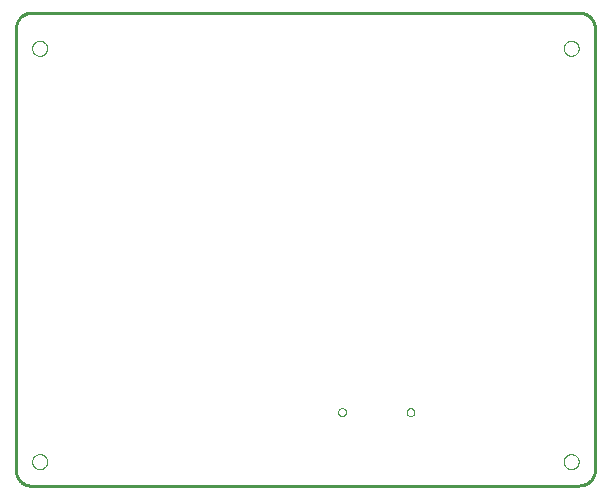
<source format=gko>
G75*
%MOIN*%
%OFA0B0*%
%FSLAX25Y25*%
%IPPOS*%
%LPD*%
%AMOC8*
5,1,8,0,0,1.08239X$1,22.5*
%
%ADD10C,0.01000*%
%ADD11C,0.00000*%
D10*
X0187913Y0000000D02*
X0188053Y0000002D01*
X0188193Y0000008D01*
X0188333Y0000018D01*
X0188473Y0000031D01*
X0188612Y0000049D01*
X0188751Y0000071D01*
X0188888Y0000096D01*
X0189026Y0000125D01*
X0189162Y0000158D01*
X0189297Y0000195D01*
X0189431Y0000236D01*
X0189564Y0000281D01*
X0189696Y0000329D01*
X0189826Y0000381D01*
X0189955Y0000436D01*
X0190082Y0000495D01*
X0190208Y0000558D01*
X0190332Y0000624D01*
X0190453Y0000693D01*
X0190573Y0000766D01*
X0190691Y0000843D01*
X0190806Y0000922D01*
X0190920Y0001005D01*
X0191030Y0001091D01*
X0191139Y0001180D01*
X0191245Y0001272D01*
X0191348Y0001367D01*
X0191449Y0001464D01*
X0191546Y0001565D01*
X0191641Y0001668D01*
X0191733Y0001774D01*
X0191822Y0001883D01*
X0191908Y0001993D01*
X0191991Y0002107D01*
X0192070Y0002222D01*
X0192147Y0002340D01*
X0192220Y0002460D01*
X0192289Y0002581D01*
X0192355Y0002705D01*
X0192418Y0002831D01*
X0192477Y0002958D01*
X0192532Y0003087D01*
X0192584Y0003217D01*
X0192632Y0003349D01*
X0192677Y0003482D01*
X0192718Y0003616D01*
X0192755Y0003751D01*
X0192788Y0003887D01*
X0192817Y0004025D01*
X0192842Y0004162D01*
X0192864Y0004301D01*
X0192882Y0004440D01*
X0192895Y0004580D01*
X0192905Y0004720D01*
X0192911Y0004860D01*
X0192913Y0005000D01*
X0192913Y0152480D01*
X0192911Y0152620D01*
X0192905Y0152760D01*
X0192895Y0152900D01*
X0192882Y0153040D01*
X0192864Y0153179D01*
X0192842Y0153318D01*
X0192817Y0153455D01*
X0192788Y0153593D01*
X0192755Y0153729D01*
X0192718Y0153864D01*
X0192677Y0153998D01*
X0192632Y0154131D01*
X0192584Y0154263D01*
X0192532Y0154393D01*
X0192477Y0154522D01*
X0192418Y0154649D01*
X0192355Y0154775D01*
X0192289Y0154899D01*
X0192220Y0155020D01*
X0192147Y0155140D01*
X0192070Y0155258D01*
X0191991Y0155373D01*
X0191908Y0155487D01*
X0191822Y0155597D01*
X0191733Y0155706D01*
X0191641Y0155812D01*
X0191546Y0155915D01*
X0191449Y0156016D01*
X0191348Y0156113D01*
X0191245Y0156208D01*
X0191139Y0156300D01*
X0191030Y0156389D01*
X0190920Y0156475D01*
X0190806Y0156558D01*
X0190691Y0156637D01*
X0190573Y0156714D01*
X0190453Y0156787D01*
X0190332Y0156856D01*
X0190208Y0156922D01*
X0190082Y0156985D01*
X0189955Y0157044D01*
X0189826Y0157099D01*
X0189696Y0157151D01*
X0189564Y0157199D01*
X0189431Y0157244D01*
X0189297Y0157285D01*
X0189162Y0157322D01*
X0189026Y0157355D01*
X0188888Y0157384D01*
X0188751Y0157409D01*
X0188612Y0157431D01*
X0188473Y0157449D01*
X0188333Y0157462D01*
X0188193Y0157472D01*
X0188053Y0157478D01*
X0187913Y0157480D01*
X0005000Y0157480D01*
X0004860Y0157478D01*
X0004720Y0157472D01*
X0004580Y0157462D01*
X0004440Y0157449D01*
X0004301Y0157431D01*
X0004162Y0157409D01*
X0004025Y0157384D01*
X0003887Y0157355D01*
X0003751Y0157322D01*
X0003616Y0157285D01*
X0003482Y0157244D01*
X0003349Y0157199D01*
X0003217Y0157151D01*
X0003087Y0157099D01*
X0002958Y0157044D01*
X0002831Y0156985D01*
X0002705Y0156922D01*
X0002581Y0156856D01*
X0002460Y0156787D01*
X0002340Y0156714D01*
X0002222Y0156637D01*
X0002107Y0156558D01*
X0001993Y0156475D01*
X0001883Y0156389D01*
X0001774Y0156300D01*
X0001668Y0156208D01*
X0001565Y0156113D01*
X0001464Y0156016D01*
X0001367Y0155915D01*
X0001272Y0155812D01*
X0001180Y0155706D01*
X0001091Y0155597D01*
X0001005Y0155487D01*
X0000922Y0155373D01*
X0000843Y0155258D01*
X0000766Y0155140D01*
X0000693Y0155020D01*
X0000624Y0154899D01*
X0000558Y0154775D01*
X0000495Y0154649D01*
X0000436Y0154522D01*
X0000381Y0154393D01*
X0000329Y0154263D01*
X0000281Y0154131D01*
X0000236Y0153998D01*
X0000195Y0153864D01*
X0000158Y0153729D01*
X0000125Y0153593D01*
X0000096Y0153455D01*
X0000071Y0153318D01*
X0000049Y0153179D01*
X0000031Y0153040D01*
X0000018Y0152900D01*
X0000008Y0152760D01*
X0000002Y0152620D01*
X0000000Y0152480D01*
X0000000Y0005000D01*
X0187800Y-0000100D02*
X0004900Y-0000100D01*
X0004760Y-0000098D01*
X0004620Y-0000092D01*
X0004481Y-0000082D01*
X0004341Y-0000068D01*
X0004203Y-0000050D01*
X0004064Y-0000028D01*
X0003927Y-0000002D01*
X0003790Y0000027D01*
X0003654Y0000061D01*
X0003520Y0000098D01*
X0003386Y0000140D01*
X0003253Y0000185D01*
X0003122Y0000234D01*
X0002993Y0000286D01*
X0002864Y0000343D01*
X0002738Y0000403D01*
X0002613Y0000466D01*
X0002491Y0000533D01*
X0002370Y0000604D01*
X0002251Y0000678D01*
X0002134Y0000755D01*
X0002020Y0000836D01*
X0001908Y0000920D01*
X0001798Y0001007D01*
X0001691Y0001097D01*
X0001587Y0001190D01*
X0001485Y0001286D01*
X0001386Y0001385D01*
X0001290Y0001487D01*
X0001197Y0001591D01*
X0001107Y0001698D01*
X0001020Y0001808D01*
X0000936Y0001920D01*
X0000855Y0002034D01*
X0000778Y0002151D01*
X0000704Y0002270D01*
X0000633Y0002391D01*
X0000566Y0002513D01*
X0000503Y0002638D01*
X0000443Y0002764D01*
X0000386Y0002893D01*
X0000334Y0003022D01*
X0000285Y0003153D01*
X0000240Y0003286D01*
X0000198Y0003420D01*
X0000161Y0003554D01*
X0000127Y0003690D01*
X0000098Y0003827D01*
X0000072Y0003964D01*
X0000050Y0004103D01*
X0000032Y0004241D01*
X0000018Y0004381D01*
X0000008Y0004520D01*
X0000002Y0004660D01*
X0000000Y0004800D01*
D11*
X0005374Y0145669D02*
X0005376Y0145768D01*
X0005382Y0145868D01*
X0005392Y0145967D01*
X0005406Y0146065D01*
X0005423Y0146163D01*
X0005445Y0146260D01*
X0005470Y0146356D01*
X0005499Y0146451D01*
X0005532Y0146545D01*
X0005569Y0146637D01*
X0005609Y0146728D01*
X0005653Y0146817D01*
X0005701Y0146905D01*
X0005752Y0146990D01*
X0005806Y0147073D01*
X0005863Y0147155D01*
X0005924Y0147233D01*
X0005988Y0147310D01*
X0006054Y0147383D01*
X0006124Y0147454D01*
X0006196Y0147522D01*
X0006271Y0147588D01*
X0006349Y0147650D01*
X0006429Y0147709D01*
X0006511Y0147765D01*
X0006595Y0147817D01*
X0006682Y0147866D01*
X0006770Y0147912D01*
X0006860Y0147954D01*
X0006952Y0147993D01*
X0007045Y0148028D01*
X0007139Y0148059D01*
X0007235Y0148086D01*
X0007332Y0148109D01*
X0007429Y0148129D01*
X0007527Y0148145D01*
X0007626Y0148157D01*
X0007725Y0148165D01*
X0007824Y0148169D01*
X0007924Y0148169D01*
X0008023Y0148165D01*
X0008122Y0148157D01*
X0008221Y0148145D01*
X0008319Y0148129D01*
X0008416Y0148109D01*
X0008513Y0148086D01*
X0008609Y0148059D01*
X0008703Y0148028D01*
X0008796Y0147993D01*
X0008888Y0147954D01*
X0008978Y0147912D01*
X0009066Y0147866D01*
X0009153Y0147817D01*
X0009237Y0147765D01*
X0009319Y0147709D01*
X0009399Y0147650D01*
X0009477Y0147588D01*
X0009552Y0147522D01*
X0009624Y0147454D01*
X0009694Y0147383D01*
X0009760Y0147310D01*
X0009824Y0147233D01*
X0009885Y0147155D01*
X0009942Y0147073D01*
X0009996Y0146990D01*
X0010047Y0146905D01*
X0010095Y0146817D01*
X0010139Y0146728D01*
X0010179Y0146637D01*
X0010216Y0146545D01*
X0010249Y0146451D01*
X0010278Y0146356D01*
X0010303Y0146260D01*
X0010325Y0146163D01*
X0010342Y0146065D01*
X0010356Y0145967D01*
X0010366Y0145868D01*
X0010372Y0145768D01*
X0010374Y0145669D01*
X0010372Y0145570D01*
X0010366Y0145470D01*
X0010356Y0145371D01*
X0010342Y0145273D01*
X0010325Y0145175D01*
X0010303Y0145078D01*
X0010278Y0144982D01*
X0010249Y0144887D01*
X0010216Y0144793D01*
X0010179Y0144701D01*
X0010139Y0144610D01*
X0010095Y0144521D01*
X0010047Y0144433D01*
X0009996Y0144348D01*
X0009942Y0144265D01*
X0009885Y0144183D01*
X0009824Y0144105D01*
X0009760Y0144028D01*
X0009694Y0143955D01*
X0009624Y0143884D01*
X0009552Y0143816D01*
X0009477Y0143750D01*
X0009399Y0143688D01*
X0009319Y0143629D01*
X0009237Y0143573D01*
X0009153Y0143521D01*
X0009066Y0143472D01*
X0008978Y0143426D01*
X0008888Y0143384D01*
X0008796Y0143345D01*
X0008703Y0143310D01*
X0008609Y0143279D01*
X0008513Y0143252D01*
X0008416Y0143229D01*
X0008319Y0143209D01*
X0008221Y0143193D01*
X0008122Y0143181D01*
X0008023Y0143173D01*
X0007924Y0143169D01*
X0007824Y0143169D01*
X0007725Y0143173D01*
X0007626Y0143181D01*
X0007527Y0143193D01*
X0007429Y0143209D01*
X0007332Y0143229D01*
X0007235Y0143252D01*
X0007139Y0143279D01*
X0007045Y0143310D01*
X0006952Y0143345D01*
X0006860Y0143384D01*
X0006770Y0143426D01*
X0006682Y0143472D01*
X0006595Y0143521D01*
X0006511Y0143573D01*
X0006429Y0143629D01*
X0006349Y0143688D01*
X0006271Y0143750D01*
X0006196Y0143816D01*
X0006124Y0143884D01*
X0006054Y0143955D01*
X0005988Y0144028D01*
X0005924Y0144105D01*
X0005863Y0144183D01*
X0005806Y0144265D01*
X0005752Y0144348D01*
X0005701Y0144433D01*
X0005653Y0144521D01*
X0005609Y0144610D01*
X0005569Y0144701D01*
X0005532Y0144793D01*
X0005499Y0144887D01*
X0005470Y0144982D01*
X0005445Y0145078D01*
X0005423Y0145175D01*
X0005406Y0145273D01*
X0005392Y0145371D01*
X0005382Y0145470D01*
X0005376Y0145570D01*
X0005374Y0145669D01*
X0005374Y0007874D02*
X0005376Y0007973D01*
X0005382Y0008073D01*
X0005392Y0008172D01*
X0005406Y0008270D01*
X0005423Y0008368D01*
X0005445Y0008465D01*
X0005470Y0008561D01*
X0005499Y0008656D01*
X0005532Y0008750D01*
X0005569Y0008842D01*
X0005609Y0008933D01*
X0005653Y0009022D01*
X0005701Y0009110D01*
X0005752Y0009195D01*
X0005806Y0009278D01*
X0005863Y0009360D01*
X0005924Y0009438D01*
X0005988Y0009515D01*
X0006054Y0009588D01*
X0006124Y0009659D01*
X0006196Y0009727D01*
X0006271Y0009793D01*
X0006349Y0009855D01*
X0006429Y0009914D01*
X0006511Y0009970D01*
X0006595Y0010022D01*
X0006682Y0010071D01*
X0006770Y0010117D01*
X0006860Y0010159D01*
X0006952Y0010198D01*
X0007045Y0010233D01*
X0007139Y0010264D01*
X0007235Y0010291D01*
X0007332Y0010314D01*
X0007429Y0010334D01*
X0007527Y0010350D01*
X0007626Y0010362D01*
X0007725Y0010370D01*
X0007824Y0010374D01*
X0007924Y0010374D01*
X0008023Y0010370D01*
X0008122Y0010362D01*
X0008221Y0010350D01*
X0008319Y0010334D01*
X0008416Y0010314D01*
X0008513Y0010291D01*
X0008609Y0010264D01*
X0008703Y0010233D01*
X0008796Y0010198D01*
X0008888Y0010159D01*
X0008978Y0010117D01*
X0009066Y0010071D01*
X0009153Y0010022D01*
X0009237Y0009970D01*
X0009319Y0009914D01*
X0009399Y0009855D01*
X0009477Y0009793D01*
X0009552Y0009727D01*
X0009624Y0009659D01*
X0009694Y0009588D01*
X0009760Y0009515D01*
X0009824Y0009438D01*
X0009885Y0009360D01*
X0009942Y0009278D01*
X0009996Y0009195D01*
X0010047Y0009110D01*
X0010095Y0009022D01*
X0010139Y0008933D01*
X0010179Y0008842D01*
X0010216Y0008750D01*
X0010249Y0008656D01*
X0010278Y0008561D01*
X0010303Y0008465D01*
X0010325Y0008368D01*
X0010342Y0008270D01*
X0010356Y0008172D01*
X0010366Y0008073D01*
X0010372Y0007973D01*
X0010374Y0007874D01*
X0010372Y0007775D01*
X0010366Y0007675D01*
X0010356Y0007576D01*
X0010342Y0007478D01*
X0010325Y0007380D01*
X0010303Y0007283D01*
X0010278Y0007187D01*
X0010249Y0007092D01*
X0010216Y0006998D01*
X0010179Y0006906D01*
X0010139Y0006815D01*
X0010095Y0006726D01*
X0010047Y0006638D01*
X0009996Y0006553D01*
X0009942Y0006470D01*
X0009885Y0006388D01*
X0009824Y0006310D01*
X0009760Y0006233D01*
X0009694Y0006160D01*
X0009624Y0006089D01*
X0009552Y0006021D01*
X0009477Y0005955D01*
X0009399Y0005893D01*
X0009319Y0005834D01*
X0009237Y0005778D01*
X0009153Y0005726D01*
X0009066Y0005677D01*
X0008978Y0005631D01*
X0008888Y0005589D01*
X0008796Y0005550D01*
X0008703Y0005515D01*
X0008609Y0005484D01*
X0008513Y0005457D01*
X0008416Y0005434D01*
X0008319Y0005414D01*
X0008221Y0005398D01*
X0008122Y0005386D01*
X0008023Y0005378D01*
X0007924Y0005374D01*
X0007824Y0005374D01*
X0007725Y0005378D01*
X0007626Y0005386D01*
X0007527Y0005398D01*
X0007429Y0005414D01*
X0007332Y0005434D01*
X0007235Y0005457D01*
X0007139Y0005484D01*
X0007045Y0005515D01*
X0006952Y0005550D01*
X0006860Y0005589D01*
X0006770Y0005631D01*
X0006682Y0005677D01*
X0006595Y0005726D01*
X0006511Y0005778D01*
X0006429Y0005834D01*
X0006349Y0005893D01*
X0006271Y0005955D01*
X0006196Y0006021D01*
X0006124Y0006089D01*
X0006054Y0006160D01*
X0005988Y0006233D01*
X0005924Y0006310D01*
X0005863Y0006388D01*
X0005806Y0006470D01*
X0005752Y0006553D01*
X0005701Y0006638D01*
X0005653Y0006726D01*
X0005609Y0006815D01*
X0005569Y0006906D01*
X0005532Y0006998D01*
X0005499Y0007092D01*
X0005470Y0007187D01*
X0005445Y0007283D01*
X0005423Y0007380D01*
X0005406Y0007478D01*
X0005392Y0007576D01*
X0005382Y0007675D01*
X0005376Y0007775D01*
X0005374Y0007874D01*
X0182539Y0007874D02*
X0182541Y0007973D01*
X0182547Y0008073D01*
X0182557Y0008172D01*
X0182571Y0008270D01*
X0182588Y0008368D01*
X0182610Y0008465D01*
X0182635Y0008561D01*
X0182664Y0008656D01*
X0182697Y0008750D01*
X0182734Y0008842D01*
X0182774Y0008933D01*
X0182818Y0009022D01*
X0182866Y0009110D01*
X0182917Y0009195D01*
X0182971Y0009278D01*
X0183028Y0009360D01*
X0183089Y0009438D01*
X0183153Y0009515D01*
X0183219Y0009588D01*
X0183289Y0009659D01*
X0183361Y0009727D01*
X0183436Y0009793D01*
X0183514Y0009855D01*
X0183594Y0009914D01*
X0183676Y0009970D01*
X0183760Y0010022D01*
X0183847Y0010071D01*
X0183935Y0010117D01*
X0184025Y0010159D01*
X0184117Y0010198D01*
X0184210Y0010233D01*
X0184304Y0010264D01*
X0184400Y0010291D01*
X0184497Y0010314D01*
X0184594Y0010334D01*
X0184692Y0010350D01*
X0184791Y0010362D01*
X0184890Y0010370D01*
X0184989Y0010374D01*
X0185089Y0010374D01*
X0185188Y0010370D01*
X0185287Y0010362D01*
X0185386Y0010350D01*
X0185484Y0010334D01*
X0185581Y0010314D01*
X0185678Y0010291D01*
X0185774Y0010264D01*
X0185868Y0010233D01*
X0185961Y0010198D01*
X0186053Y0010159D01*
X0186143Y0010117D01*
X0186231Y0010071D01*
X0186318Y0010022D01*
X0186402Y0009970D01*
X0186484Y0009914D01*
X0186564Y0009855D01*
X0186642Y0009793D01*
X0186717Y0009727D01*
X0186789Y0009659D01*
X0186859Y0009588D01*
X0186925Y0009515D01*
X0186989Y0009438D01*
X0187050Y0009360D01*
X0187107Y0009278D01*
X0187161Y0009195D01*
X0187212Y0009110D01*
X0187260Y0009022D01*
X0187304Y0008933D01*
X0187344Y0008842D01*
X0187381Y0008750D01*
X0187414Y0008656D01*
X0187443Y0008561D01*
X0187468Y0008465D01*
X0187490Y0008368D01*
X0187507Y0008270D01*
X0187521Y0008172D01*
X0187531Y0008073D01*
X0187537Y0007973D01*
X0187539Y0007874D01*
X0187537Y0007775D01*
X0187531Y0007675D01*
X0187521Y0007576D01*
X0187507Y0007478D01*
X0187490Y0007380D01*
X0187468Y0007283D01*
X0187443Y0007187D01*
X0187414Y0007092D01*
X0187381Y0006998D01*
X0187344Y0006906D01*
X0187304Y0006815D01*
X0187260Y0006726D01*
X0187212Y0006638D01*
X0187161Y0006553D01*
X0187107Y0006470D01*
X0187050Y0006388D01*
X0186989Y0006310D01*
X0186925Y0006233D01*
X0186859Y0006160D01*
X0186789Y0006089D01*
X0186717Y0006021D01*
X0186642Y0005955D01*
X0186564Y0005893D01*
X0186484Y0005834D01*
X0186402Y0005778D01*
X0186318Y0005726D01*
X0186231Y0005677D01*
X0186143Y0005631D01*
X0186053Y0005589D01*
X0185961Y0005550D01*
X0185868Y0005515D01*
X0185774Y0005484D01*
X0185678Y0005457D01*
X0185581Y0005434D01*
X0185484Y0005414D01*
X0185386Y0005398D01*
X0185287Y0005386D01*
X0185188Y0005378D01*
X0185089Y0005374D01*
X0184989Y0005374D01*
X0184890Y0005378D01*
X0184791Y0005386D01*
X0184692Y0005398D01*
X0184594Y0005414D01*
X0184497Y0005434D01*
X0184400Y0005457D01*
X0184304Y0005484D01*
X0184210Y0005515D01*
X0184117Y0005550D01*
X0184025Y0005589D01*
X0183935Y0005631D01*
X0183847Y0005677D01*
X0183760Y0005726D01*
X0183676Y0005778D01*
X0183594Y0005834D01*
X0183514Y0005893D01*
X0183436Y0005955D01*
X0183361Y0006021D01*
X0183289Y0006089D01*
X0183219Y0006160D01*
X0183153Y0006233D01*
X0183089Y0006310D01*
X0183028Y0006388D01*
X0182971Y0006470D01*
X0182917Y0006553D01*
X0182866Y0006638D01*
X0182818Y0006726D01*
X0182774Y0006815D01*
X0182734Y0006906D01*
X0182697Y0006998D01*
X0182664Y0007092D01*
X0182635Y0007187D01*
X0182610Y0007283D01*
X0182588Y0007380D01*
X0182571Y0007478D01*
X0182557Y0007576D01*
X0182547Y0007675D01*
X0182541Y0007775D01*
X0182539Y0007874D01*
X0182539Y0145669D02*
X0182541Y0145768D01*
X0182547Y0145868D01*
X0182557Y0145967D01*
X0182571Y0146065D01*
X0182588Y0146163D01*
X0182610Y0146260D01*
X0182635Y0146356D01*
X0182664Y0146451D01*
X0182697Y0146545D01*
X0182734Y0146637D01*
X0182774Y0146728D01*
X0182818Y0146817D01*
X0182866Y0146905D01*
X0182917Y0146990D01*
X0182971Y0147073D01*
X0183028Y0147155D01*
X0183089Y0147233D01*
X0183153Y0147310D01*
X0183219Y0147383D01*
X0183289Y0147454D01*
X0183361Y0147522D01*
X0183436Y0147588D01*
X0183514Y0147650D01*
X0183594Y0147709D01*
X0183676Y0147765D01*
X0183760Y0147817D01*
X0183847Y0147866D01*
X0183935Y0147912D01*
X0184025Y0147954D01*
X0184117Y0147993D01*
X0184210Y0148028D01*
X0184304Y0148059D01*
X0184400Y0148086D01*
X0184497Y0148109D01*
X0184594Y0148129D01*
X0184692Y0148145D01*
X0184791Y0148157D01*
X0184890Y0148165D01*
X0184989Y0148169D01*
X0185089Y0148169D01*
X0185188Y0148165D01*
X0185287Y0148157D01*
X0185386Y0148145D01*
X0185484Y0148129D01*
X0185581Y0148109D01*
X0185678Y0148086D01*
X0185774Y0148059D01*
X0185868Y0148028D01*
X0185961Y0147993D01*
X0186053Y0147954D01*
X0186143Y0147912D01*
X0186231Y0147866D01*
X0186318Y0147817D01*
X0186402Y0147765D01*
X0186484Y0147709D01*
X0186564Y0147650D01*
X0186642Y0147588D01*
X0186717Y0147522D01*
X0186789Y0147454D01*
X0186859Y0147383D01*
X0186925Y0147310D01*
X0186989Y0147233D01*
X0187050Y0147155D01*
X0187107Y0147073D01*
X0187161Y0146990D01*
X0187212Y0146905D01*
X0187260Y0146817D01*
X0187304Y0146728D01*
X0187344Y0146637D01*
X0187381Y0146545D01*
X0187414Y0146451D01*
X0187443Y0146356D01*
X0187468Y0146260D01*
X0187490Y0146163D01*
X0187507Y0146065D01*
X0187521Y0145967D01*
X0187531Y0145868D01*
X0187537Y0145768D01*
X0187539Y0145669D01*
X0187537Y0145570D01*
X0187531Y0145470D01*
X0187521Y0145371D01*
X0187507Y0145273D01*
X0187490Y0145175D01*
X0187468Y0145078D01*
X0187443Y0144982D01*
X0187414Y0144887D01*
X0187381Y0144793D01*
X0187344Y0144701D01*
X0187304Y0144610D01*
X0187260Y0144521D01*
X0187212Y0144433D01*
X0187161Y0144348D01*
X0187107Y0144265D01*
X0187050Y0144183D01*
X0186989Y0144105D01*
X0186925Y0144028D01*
X0186859Y0143955D01*
X0186789Y0143884D01*
X0186717Y0143816D01*
X0186642Y0143750D01*
X0186564Y0143688D01*
X0186484Y0143629D01*
X0186402Y0143573D01*
X0186318Y0143521D01*
X0186231Y0143472D01*
X0186143Y0143426D01*
X0186053Y0143384D01*
X0185961Y0143345D01*
X0185868Y0143310D01*
X0185774Y0143279D01*
X0185678Y0143252D01*
X0185581Y0143229D01*
X0185484Y0143209D01*
X0185386Y0143193D01*
X0185287Y0143181D01*
X0185188Y0143173D01*
X0185089Y0143169D01*
X0184989Y0143169D01*
X0184890Y0143173D01*
X0184791Y0143181D01*
X0184692Y0143193D01*
X0184594Y0143209D01*
X0184497Y0143229D01*
X0184400Y0143252D01*
X0184304Y0143279D01*
X0184210Y0143310D01*
X0184117Y0143345D01*
X0184025Y0143384D01*
X0183935Y0143426D01*
X0183847Y0143472D01*
X0183760Y0143521D01*
X0183676Y0143573D01*
X0183594Y0143629D01*
X0183514Y0143688D01*
X0183436Y0143750D01*
X0183361Y0143816D01*
X0183289Y0143884D01*
X0183219Y0143955D01*
X0183153Y0144028D01*
X0183089Y0144105D01*
X0183028Y0144183D01*
X0182971Y0144265D01*
X0182917Y0144348D01*
X0182866Y0144433D01*
X0182818Y0144521D01*
X0182774Y0144610D01*
X0182734Y0144701D01*
X0182697Y0144793D01*
X0182664Y0144887D01*
X0182635Y0144982D01*
X0182610Y0145078D01*
X0182588Y0145175D01*
X0182571Y0145273D01*
X0182557Y0145371D01*
X0182547Y0145470D01*
X0182541Y0145570D01*
X0182539Y0145669D01*
X0107362Y0024390D02*
X0107364Y0024462D01*
X0107370Y0024533D01*
X0107380Y0024604D01*
X0107393Y0024674D01*
X0107411Y0024743D01*
X0107432Y0024812D01*
X0107457Y0024879D01*
X0107486Y0024944D01*
X0107519Y0025008D01*
X0107554Y0025070D01*
X0107594Y0025130D01*
X0107636Y0025188D01*
X0107681Y0025243D01*
X0107730Y0025296D01*
X0107781Y0025346D01*
X0107835Y0025393D01*
X0107892Y0025437D01*
X0107951Y0025477D01*
X0108011Y0025515D01*
X0108074Y0025549D01*
X0108139Y0025580D01*
X0108206Y0025607D01*
X0108273Y0025630D01*
X0108342Y0025649D01*
X0108412Y0025665D01*
X0108483Y0025677D01*
X0108554Y0025685D01*
X0108625Y0025689D01*
X0108697Y0025689D01*
X0108768Y0025685D01*
X0108839Y0025677D01*
X0108910Y0025665D01*
X0108980Y0025649D01*
X0109049Y0025630D01*
X0109116Y0025607D01*
X0109183Y0025580D01*
X0109248Y0025549D01*
X0109310Y0025515D01*
X0109371Y0025477D01*
X0109430Y0025437D01*
X0109487Y0025393D01*
X0109541Y0025346D01*
X0109592Y0025296D01*
X0109641Y0025243D01*
X0109686Y0025188D01*
X0109728Y0025130D01*
X0109768Y0025070D01*
X0109803Y0025008D01*
X0109836Y0024944D01*
X0109865Y0024879D01*
X0109890Y0024812D01*
X0109911Y0024743D01*
X0109929Y0024674D01*
X0109942Y0024604D01*
X0109952Y0024533D01*
X0109958Y0024462D01*
X0109960Y0024390D01*
X0109958Y0024318D01*
X0109952Y0024247D01*
X0109942Y0024176D01*
X0109929Y0024106D01*
X0109911Y0024037D01*
X0109890Y0023968D01*
X0109865Y0023901D01*
X0109836Y0023836D01*
X0109803Y0023772D01*
X0109768Y0023710D01*
X0109728Y0023650D01*
X0109686Y0023592D01*
X0109641Y0023537D01*
X0109592Y0023484D01*
X0109541Y0023434D01*
X0109487Y0023387D01*
X0109430Y0023343D01*
X0109371Y0023303D01*
X0109311Y0023265D01*
X0109248Y0023231D01*
X0109183Y0023200D01*
X0109116Y0023173D01*
X0109049Y0023150D01*
X0108980Y0023131D01*
X0108910Y0023115D01*
X0108839Y0023103D01*
X0108768Y0023095D01*
X0108697Y0023091D01*
X0108625Y0023091D01*
X0108554Y0023095D01*
X0108483Y0023103D01*
X0108412Y0023115D01*
X0108342Y0023131D01*
X0108273Y0023150D01*
X0108206Y0023173D01*
X0108139Y0023200D01*
X0108074Y0023231D01*
X0108011Y0023265D01*
X0107951Y0023303D01*
X0107892Y0023343D01*
X0107835Y0023387D01*
X0107781Y0023434D01*
X0107730Y0023484D01*
X0107681Y0023537D01*
X0107636Y0023592D01*
X0107594Y0023650D01*
X0107554Y0023710D01*
X0107519Y0023772D01*
X0107486Y0023836D01*
X0107457Y0023901D01*
X0107432Y0023968D01*
X0107411Y0024037D01*
X0107393Y0024106D01*
X0107380Y0024176D01*
X0107370Y0024247D01*
X0107364Y0024318D01*
X0107362Y0024390D01*
X0130197Y0024390D02*
X0130199Y0024462D01*
X0130205Y0024533D01*
X0130215Y0024604D01*
X0130228Y0024674D01*
X0130246Y0024743D01*
X0130267Y0024812D01*
X0130292Y0024879D01*
X0130321Y0024944D01*
X0130354Y0025008D01*
X0130389Y0025070D01*
X0130429Y0025130D01*
X0130471Y0025188D01*
X0130516Y0025243D01*
X0130565Y0025296D01*
X0130616Y0025346D01*
X0130670Y0025393D01*
X0130727Y0025437D01*
X0130786Y0025477D01*
X0130846Y0025515D01*
X0130909Y0025549D01*
X0130974Y0025580D01*
X0131041Y0025607D01*
X0131108Y0025630D01*
X0131177Y0025649D01*
X0131247Y0025665D01*
X0131318Y0025677D01*
X0131389Y0025685D01*
X0131460Y0025689D01*
X0131532Y0025689D01*
X0131603Y0025685D01*
X0131674Y0025677D01*
X0131745Y0025665D01*
X0131815Y0025649D01*
X0131884Y0025630D01*
X0131951Y0025607D01*
X0132018Y0025580D01*
X0132083Y0025549D01*
X0132145Y0025515D01*
X0132206Y0025477D01*
X0132265Y0025437D01*
X0132322Y0025393D01*
X0132376Y0025346D01*
X0132427Y0025296D01*
X0132476Y0025243D01*
X0132521Y0025188D01*
X0132563Y0025130D01*
X0132603Y0025070D01*
X0132638Y0025008D01*
X0132671Y0024944D01*
X0132700Y0024879D01*
X0132725Y0024812D01*
X0132746Y0024743D01*
X0132764Y0024674D01*
X0132777Y0024604D01*
X0132787Y0024533D01*
X0132793Y0024462D01*
X0132795Y0024390D01*
X0132793Y0024318D01*
X0132787Y0024247D01*
X0132777Y0024176D01*
X0132764Y0024106D01*
X0132746Y0024037D01*
X0132725Y0023968D01*
X0132700Y0023901D01*
X0132671Y0023836D01*
X0132638Y0023772D01*
X0132603Y0023710D01*
X0132563Y0023650D01*
X0132521Y0023592D01*
X0132476Y0023537D01*
X0132427Y0023484D01*
X0132376Y0023434D01*
X0132322Y0023387D01*
X0132265Y0023343D01*
X0132206Y0023303D01*
X0132146Y0023265D01*
X0132083Y0023231D01*
X0132018Y0023200D01*
X0131951Y0023173D01*
X0131884Y0023150D01*
X0131815Y0023131D01*
X0131745Y0023115D01*
X0131674Y0023103D01*
X0131603Y0023095D01*
X0131532Y0023091D01*
X0131460Y0023091D01*
X0131389Y0023095D01*
X0131318Y0023103D01*
X0131247Y0023115D01*
X0131177Y0023131D01*
X0131108Y0023150D01*
X0131041Y0023173D01*
X0130974Y0023200D01*
X0130909Y0023231D01*
X0130846Y0023265D01*
X0130786Y0023303D01*
X0130727Y0023343D01*
X0130670Y0023387D01*
X0130616Y0023434D01*
X0130565Y0023484D01*
X0130516Y0023537D01*
X0130471Y0023592D01*
X0130429Y0023650D01*
X0130389Y0023710D01*
X0130354Y0023772D01*
X0130321Y0023836D01*
X0130292Y0023901D01*
X0130267Y0023968D01*
X0130246Y0024037D01*
X0130228Y0024106D01*
X0130215Y0024176D01*
X0130205Y0024247D01*
X0130199Y0024318D01*
X0130197Y0024390D01*
M02*

</source>
